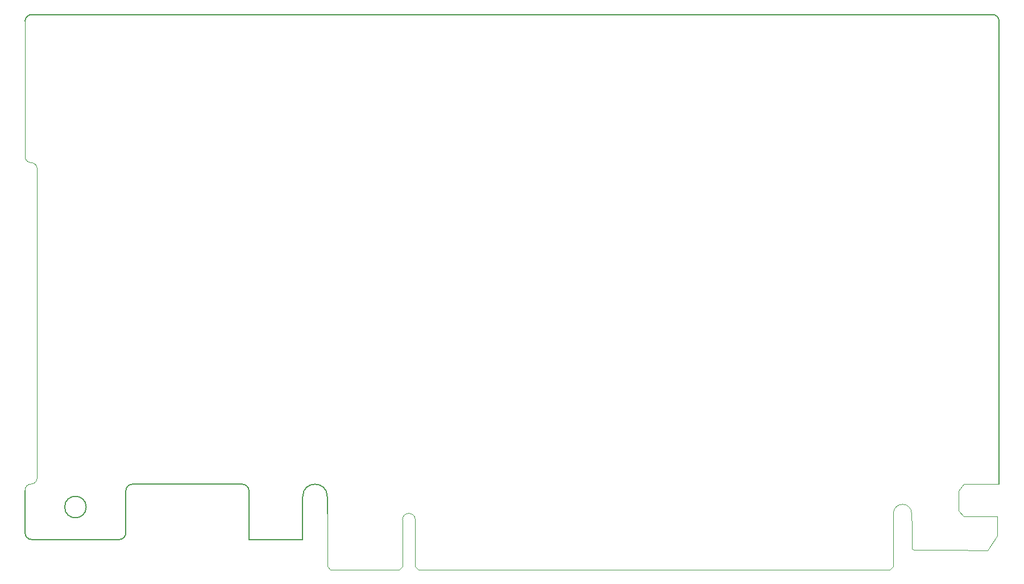
<source format=gm1>
%TF.GenerationSoftware,KiCad,Pcbnew,(5.1.9)-1*%
%TF.CreationDate,2021-06-12T00:32:34+08:00*%
%TF.ProjectId,V1,56312e6b-6963-4616-945f-706362585858,rev?*%
%TF.SameCoordinates,Original*%
%TF.FileFunction,Profile,NP*%
%FSLAX46Y46*%
G04 Gerber Fmt 4.6, Leading zero omitted, Abs format (unit mm)*
G04 Created by KiCad (PCBNEW (5.1.9)-1) date 2021-06-12 00:32:34*
%MOMM*%
%LPD*%
G01*
G04 APERTURE LIST*
%TA.AperFunction,Profile*%
%ADD10C,0.050000*%
%TD*%
%TA.AperFunction,Profile*%
%ADD11C,0.120000*%
%TD*%
%TA.AperFunction,Profile*%
%ADD12C,0.200000*%
%TD*%
%TA.AperFunction,Profile*%
%ADD13C,0.100000*%
%TD*%
G04 APERTURE END LIST*
D10*
X226980000Y-122260000D02*
X227780000Y-121260000D01*
X226980000Y-125180000D02*
X226980000Y-122260000D01*
X227800000Y-126060000D02*
X226980000Y-125180000D01*
X227780000Y-121260000D02*
X233050000Y-121260000D01*
X231360000Y-131110000D02*
X232750000Y-128950000D01*
X227800000Y-126060000D02*
X232750000Y-126060000D01*
X217299965Y-125600000D02*
G75*
G02*
X220020000Y-125610000I1360036J-1D01*
G01*
X220050000Y-127750000D02*
X220020000Y-125610000D01*
X225570000Y-131060000D02*
X231360000Y-131110000D01*
X232750000Y-126060000D02*
X232750000Y-128950000D01*
X220360000Y-131060000D02*
X225570000Y-131060000D01*
X220050000Y-130840000D02*
X220360000Y-131060000D01*
X220050000Y-127750000D02*
X220050000Y-130840000D01*
X88000000Y-52250000D02*
X88000000Y-72426000D01*
D11*
X88900000Y-73326000D02*
G75*
G02*
X89800000Y-74226000I0J-900000D01*
G01*
X88900000Y-73326000D02*
G75*
G02*
X88000000Y-72426000I0J900000D01*
G01*
D10*
X89800000Y-120326000D02*
X89800000Y-74226000D01*
D11*
X89800000Y-120326000D02*
G75*
G02*
X88900000Y-121226000I-900000J0D01*
G01*
X88000000Y-122126000D02*
G75*
G02*
X88900000Y-121226000I900000J0D01*
G01*
D12*
X133000000Y-123075000D02*
X133000000Y-125600000D01*
X133000000Y-123075000D02*
G75*
G03*
X129350000Y-123075000I-1825000J0D01*
G01*
X129350000Y-129500000D02*
X129350000Y-123075000D01*
X121350000Y-129500000D02*
X129350000Y-129500000D01*
X121350000Y-122250000D02*
X121350000Y-129500000D01*
X120350000Y-121250000D02*
G75*
G02*
X121350000Y-122250000I0J-1000000D01*
G01*
X104000000Y-121250000D02*
X120350000Y-121250000D01*
X103000000Y-122250000D02*
G75*
G02*
X104000000Y-121250000I1000000J0D01*
G01*
X103000000Y-122250000D02*
X103000000Y-128500000D01*
X102000000Y-129500000D02*
G75*
G03*
X103000000Y-128500000I0J1000000D01*
G01*
X89000000Y-129500000D02*
X102000000Y-129500000D01*
X88000000Y-128500000D02*
G75*
G03*
X89000000Y-129500000I1000000J0D01*
G01*
X88000000Y-128500000D02*
X88000000Y-122126000D01*
X89000000Y-51250000D02*
G75*
G03*
X88000000Y-52250000I0J-1000000D01*
G01*
X89000000Y-51250000D02*
X232050000Y-51250000D01*
X233050000Y-52250000D02*
G75*
G03*
X232050000Y-51250000I-1000000J0D01*
G01*
X233050000Y-52250000D02*
X233050000Y-121260000D01*
X97100000Y-124650001D02*
G75*
G03*
X97100000Y-124650001I-1600000J0D01*
G01*
D13*
X144200000Y-126550000D02*
G75*
G02*
X146100000Y-126550000I950000J0D01*
G01*
X144200000Y-126550000D02*
X144200000Y-133500000D01*
X146100000Y-126550000D02*
X146100000Y-133500000D01*
X133000000Y-125600000D02*
X133000000Y-133500000D01*
X133500000Y-134000000D02*
X143700000Y-134000000D01*
X217300000Y-125600000D02*
X217300000Y-133500000D01*
X146600000Y-134000000D02*
X216800000Y-134000000D01*
X133000000Y-133500000D02*
X133500000Y-134000000D01*
X144200000Y-133500000D02*
X143700000Y-134000000D01*
X146100000Y-133500000D02*
X146600000Y-134000000D01*
X217300000Y-133500000D02*
X216800000Y-134000000D01*
M02*

</source>
